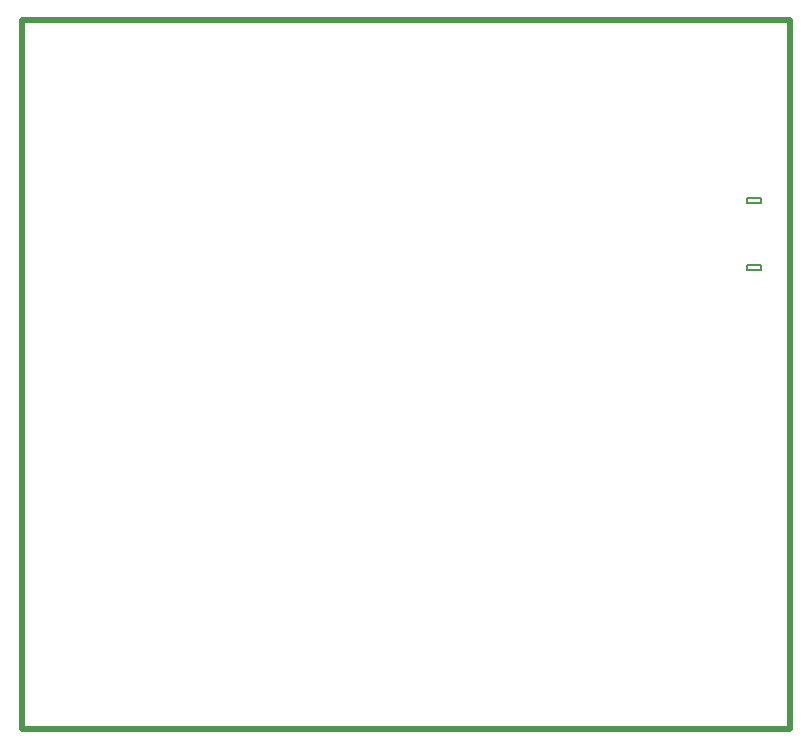
<source format=gm1>
G04*
G04 #@! TF.GenerationSoftware,Altium Limited,Altium Designer,18.1.9 (240)*
G04*
G04 Layer_Color=16711935*
%FSLAX24Y24*%
%MOIN*%
G70*
G01*
G75*
%ADD17C,0.0200*%
%ADD22C,0.0050*%
D17*
X0Y23622D02*
X25591D01*
Y0D02*
Y23622D01*
X0Y0D02*
X25591D01*
X0D02*
Y23622D01*
X25591D01*
Y0D02*
Y23622D01*
X0Y0D02*
X25591D01*
X0D02*
Y23622D01*
D22*
X24171Y15478D02*
X24611D01*
X24171Y15298D02*
X24611D01*
X24171D02*
Y15478D01*
X24611Y15298D02*
Y15478D01*
X24171Y17702D02*
X24611D01*
X24171Y17522D02*
X24611D01*
X24171D02*
Y17702D01*
X24611Y17522D02*
Y17702D01*
X24171Y15478D02*
X24611D01*
X24171Y15298D02*
X24611D01*
X24171D02*
Y15478D01*
X24611Y15298D02*
Y15478D01*
X24171Y17702D02*
X24611D01*
X24171Y17522D02*
X24611D01*
X24171D02*
Y17702D01*
X24611Y17522D02*
Y17702D01*
M02*

</source>
